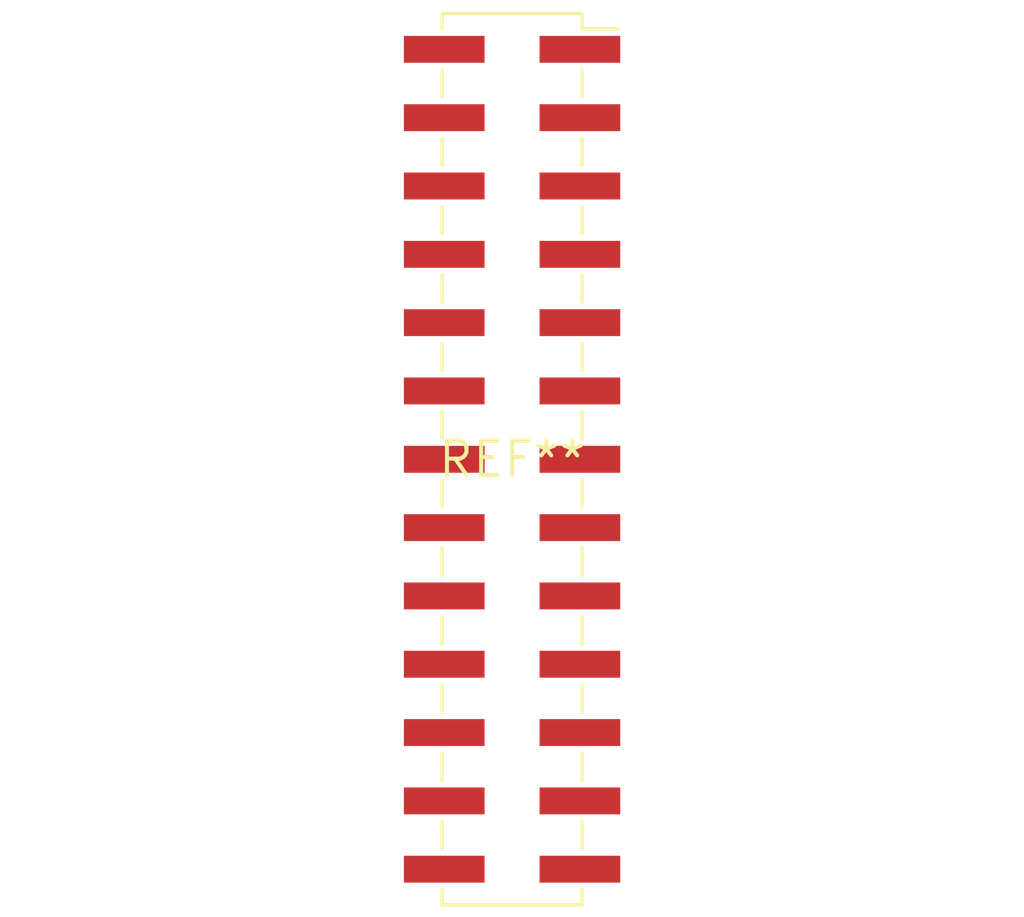
<source format=kicad_pcb>
(kicad_pcb (version 20240108) (generator pcbnew)
  (layers (0 "F.Cu" signal) (31 "B.Cu" signal) (34 "B.Paste" user) (35 "F.Paste" user) (36 "B.SilkS" user "B.Silkscreen") (37 "F.SilkS" user "F.Silkscreen") (38 "B.Mask" user) (39 "F.Mask" user) (44 "Edge.Cuts" user))
  (net 0 "")
  (footprint "PinSocket_2x13_P2.54mm_Vertical_SMD" (layer "F.Cu") (at 0 0)
    (property "Reference" "REF**")
    (property "Value" "PinSocket_2x13_P2.54mm_Vertical_SMD")
    (fp_line (start -2.6 -16.57) (end -2.6 -16) (layer "F.SilkS") (stroke (width 0.12)))
    (fp_line (start -2.6 -16.57) (end 2.6 -16.57) (layer "F.SilkS") (stroke (width 0.12)))
    (fp_line (start -2.6 -14.48) (end -2.6 -13.46) (layer "F.SilkS") (stroke (width 0.12)))
    (fp_line (start -2.6 -11.94) (end -2.6 -10.92) (layer "F.SilkS") (stroke (width 0.12)))
    (fp_line (start -2.6 -9.4) (end -2.6 -8.38) (layer "F.SilkS") (stroke (width 0.12)))
    (fp_line (start -2.6 -6.86) (end -2.6 -5.84) (layer "F.SilkS") (stroke (width 0.12)))
    (fp_line (start -2.6 -4.32) (end -2.6 -3.3) (layer "F.SilkS") (stroke (width 0.12)))
    (fp_line (start -2.6 -1.78) (end -2.6 -0.76) (layer "F.SilkS") (stroke (width 0.12)))
    (fp_line (start -2.6 0.76) (end -2.6 1.78) (layer "F.SilkS") (stroke (width 0.12)))
    (fp_line (start -2.6 3.3) (end -2.6 4.32) (layer "F.SilkS") (stroke (width 0.12)))
    (fp_line (start -2.6 5.84) (end -2.6 6.86) (layer "F.SilkS") (stroke (width 0.12)))
    (fp_line (start -2.6 8.38) (end -2.6 9.4) (layer "F.SilkS") (stroke (width 0.12)))
    (fp_line (start -2.6 10.92) (end -2.6 11.94) (layer "F.SilkS") (stroke (width 0.12)))
    (fp_line (start -2.6 13.46) (end -2.6 14.48) (layer "F.SilkS") (stroke (width 0.12)))
    (fp_line (start -2.6 16) (end -2.6 16.57) (layer "F.SilkS") (stroke (width 0.12)))
    (fp_line (start -2.6 16.57) (end 2.6 16.57) (layer "F.SilkS") (stroke (width 0.12)))
    (fp_line (start 2.6 -16.57) (end 2.6 -16) (layer "F.SilkS") (stroke (width 0.12)))
    (fp_line (start 2.6 -16) (end 3.96 -16) (layer "F.SilkS") (stroke (width 0.12)))
    (fp_line (start 2.6 -14.48) (end 2.6 -13.46) (layer "F.SilkS") (stroke (width 0.12)))
    (fp_line (start 2.6 -11.94) (end 2.6 -10.92) (layer "F.SilkS") (stroke (width 0.12)))
    (fp_line (start 2.6 -9.4) (end 2.6 -8.38) (layer "F.SilkS") (stroke (width 0.12)))
    (fp_line (start 2.6 -6.86) (end 2.6 -5.84) (layer "F.SilkS") (stroke (width 0.12)))
    (fp_line (start 2.6 -4.32) (end 2.6 -3.3) (layer "F.SilkS") (stroke (width 0.12)))
    (fp_line (start 2.6 -1.78) (end 2.6 -0.76) (layer "F.SilkS") (stroke (width 0.12)))
    (fp_line (start 2.6 0.76) (end 2.6 1.78) (layer "F.SilkS") (stroke (width 0.12)))
    (fp_line (start 2.6 3.3) (end 2.6 4.32) (layer "F.SilkS") (stroke (width 0.12)))
    (fp_line (start 2.6 5.84) (end 2.6 6.86) (layer "F.SilkS") (stroke (width 0.12)))
    (fp_line (start 2.6 8.38) (end 2.6 9.4) (layer "F.SilkS") (stroke (width 0.12)))
    (fp_line (start 2.6 10.92) (end 2.6 11.94) (layer "F.SilkS") (stroke (width 0.12)))
    (fp_line (start 2.6 13.46) (end 2.6 14.48) (layer "F.SilkS") (stroke (width 0.12)))
    (fp_line (start 2.6 16) (end 2.6 16.57) (layer "F.SilkS") (stroke (width 0.12)))
    (pad "1" smd rect (at 2.52 -15.24) (size 3 1) (layers "F.Cu" "F.Paste" "F.Mask"))
    (pad "2" smd rect (at -2.52 -15.24) (size 3 1) (layers "F.Cu" "F.Paste" "F.Mask"))
    (pad "3" smd rect (at 2.52 -12.7) (size 3 1) (layers "F.Cu" "F.Paste" "F.Mask"))
    (pad "4" smd rect (at -2.52 -12.7) (size 3 1) (layers "F.Cu" "F.Paste" "F.Mask"))
    (pad "5" smd rect (at 2.52 -10.16) (size 3 1) (layers "F.Cu" "F.Paste" "F.Mask"))
    (pad "6" smd rect (at -2.52 -10.16) (size 3 1) (layers "F.Cu" "F.Paste" "F.Mask"))
    (pad "7" smd rect (at 2.52 -7.62) (size 3 1) (layers "F.Cu" "F.Paste" "F.Mask"))
    (pad "8" smd rect (at -2.52 -7.62) (size 3 1) (layers "F.Cu" "F.Paste" "F.Mask"))
    (pad "9" smd rect (at 2.52 -5.08) (size 3 1) (layers "F.Cu" "F.Paste" "F.Mask"))
    (pad "10" smd rect (at -2.52 -5.08) (size 3 1) (layers "F.Cu" "F.Paste" "F.Mask"))
    (pad "11" smd rect (at 2.52 -2.54) (size 3 1) (layers "F.Cu" "F.Paste" "F.Mask"))
    (pad "12" smd rect (at -2.52 -2.54) (size 3 1) (layers "F.Cu" "F.Paste" "F.Mask"))
    (pad "13" smd rect (at 2.52 0) (size 3 1) (layers "F.Cu" "F.Paste" "F.Mask"))
    (pad "14" smd rect (at -2.52 0) (size 3 1) (layers "F.Cu" "F.Paste" "F.Mask"))
    (pad "15" smd rect (at 2.52 2.54) (size 3 1) (layers "F.Cu" "F.Paste" "F.Mask"))
    (pad "16" smd rect (at -2.52 2.54) (size 3 1) (layers "F.Cu" "F.Paste" "F.Mask"))
    (pad "17" smd rect (at 2.52 5.08) (size 3 1) (layers "F.Cu" "F.Paste" "F.Mask"))
    (pad "18" smd rect (at -2.52 5.08) (size 3 1) (layers "F.Cu" "F.Paste" "F.Mask"))
    (pad "19" smd rect (at 2.52 7.62) (size 3 1) (layers "F.Cu" "F.Paste" "F.Mask"))
    (pad "20" smd rect (at -2.52 7.62) (size 3 1) (layers "F.Cu" "F.Paste" "F.Mask"))
    (pad "21" smd rect (at 2.52 10.16) (size 3 1) (layers "F.Cu" "F.Paste" "F.Mask"))
    (pad "22" smd rect (at -2.52 10.16) (size 3 1) (layers "F.Cu" "F.Paste" "F.Mask"))
    (pad "23" smd rect (at 2.52 12.7) (size 3 1) (layers "F.Cu" "F.Paste" "F.Mask"))
    (pad "24" smd rect (at -2.52 12.7) (size 3 1) (layers "F.Cu" "F.Paste" "F.Mask"))
    (pad "25" smd rect (at 2.52 15.24) (size 3 1) (layers "F.Cu" "F.Paste" "F.Mask"))
    (pad "26" smd rect (at -2.52 15.24) (size 3 1) (layers "F.Cu" "F.Paste" "F.Mask"))
  )
)
</source>
